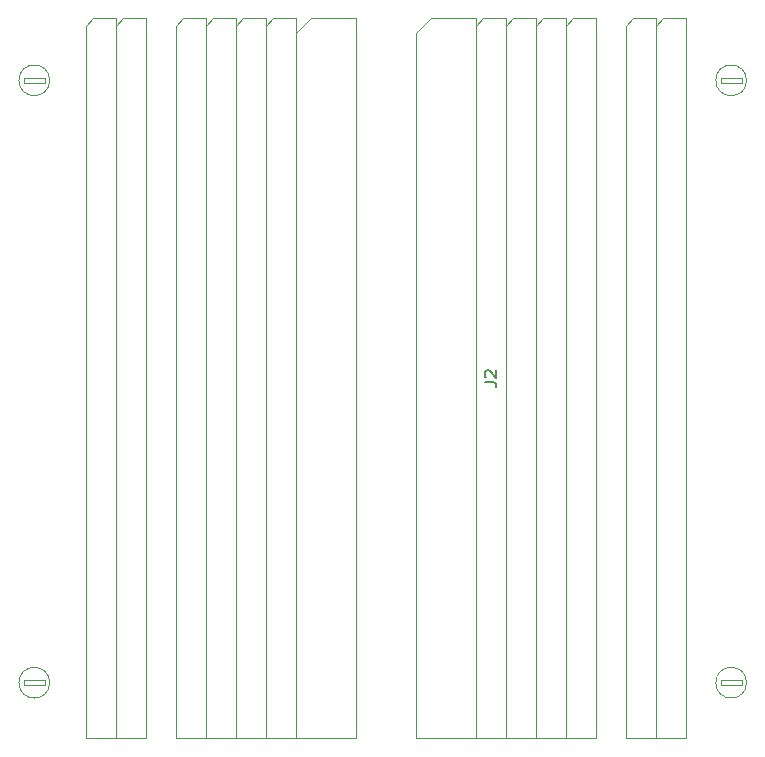
<source format=gbr>
%TF.GenerationSoftware,KiCad,Pcbnew,7.0.5-0*%
%TF.CreationDate,2024-04-21T20:25:33-04:00*%
%TF.ProjectId,swr_meter_front,7377725f-6d65-4746-9572-5f66726f6e74,rev?*%
%TF.SameCoordinates,Original*%
%TF.FileFunction,AssemblyDrawing,Top*%
%FSLAX46Y46*%
G04 Gerber Fmt 4.6, Leading zero omitted, Abs format (unit mm)*
G04 Created by KiCad (PCBNEW 7.0.5-0) date 2024-04-21 20:25:33*
%MOMM*%
%LPD*%
G01*
G04 APERTURE LIST*
%ADD10C,0.150000*%
%ADD11C,0.100000*%
%ADD12C,0.120000*%
G04 APERTURE END LIST*
D10*
%TO.C,J2*%
X145075359Y-63649733D02*
X145789644Y-63649733D01*
X145789644Y-63649733D02*
X145932501Y-63697352D01*
X145932501Y-63697352D02*
X146027740Y-63792590D01*
X146027740Y-63792590D02*
X146075359Y-63935447D01*
X146075359Y-63935447D02*
X146075359Y-64030685D01*
X145170597Y-63221161D02*
X145122978Y-63173542D01*
X145122978Y-63173542D02*
X145075359Y-63078304D01*
X145075359Y-63078304D02*
X145075359Y-62840209D01*
X145075359Y-62840209D02*
X145122978Y-62744971D01*
X145122978Y-62744971D02*
X145170597Y-62697352D01*
X145170597Y-62697352D02*
X145265835Y-62649733D01*
X145265835Y-62649733D02*
X145361073Y-62649733D01*
X145361073Y-62649733D02*
X145503930Y-62697352D01*
X145503930Y-62697352D02*
X146075359Y-63268780D01*
X146075359Y-63268780D02*
X146075359Y-62649733D01*
D11*
%TO.C,J21*%
X113870540Y-33471400D02*
X114505540Y-32836400D01*
X113870540Y-93796400D02*
X113870540Y-33471400D01*
X114505540Y-32836400D02*
X116410540Y-32836400D01*
X116410540Y-32836400D02*
X116410540Y-93796400D01*
X116410540Y-93796400D02*
X113870540Y-93796400D01*
%TO.C,J3*%
X146890540Y-33471400D02*
X147525540Y-32836400D01*
X146890540Y-93796400D02*
X146890540Y-33471400D01*
X147525540Y-32836400D02*
X149430540Y-32836400D01*
X149430540Y-32836400D02*
X149430540Y-93796400D01*
X149430540Y-93796400D02*
X146890540Y-93796400D01*
D12*
%TO.C,TP1*%
X165056540Y-88882400D02*
X166856540Y-88882400D01*
X165056540Y-89282400D02*
X165056540Y-88882400D01*
X166856540Y-88882400D02*
X166856540Y-89282400D01*
X166856540Y-89282400D02*
X165056540Y-89282400D01*
X167256540Y-89082400D02*
G75*
G03*
X167256540Y-89082400I-1300000J0D01*
G01*
D11*
%TO.C,J4*%
X149430540Y-33471400D02*
X150065540Y-32836400D01*
X149430540Y-93796400D02*
X149430540Y-33471400D01*
X150065540Y-32836400D02*
X151970540Y-32836400D01*
X151970540Y-32836400D02*
X151970540Y-93796400D01*
X151970540Y-93796400D02*
X149430540Y-93796400D01*
D12*
%TO.C,TP2*%
X106056540Y-88882400D02*
X107856540Y-88882400D01*
X106056540Y-89282400D02*
X106056540Y-88882400D01*
X107856540Y-88882400D02*
X107856540Y-89282400D01*
X107856540Y-89282400D02*
X106056540Y-89282400D01*
X108256540Y-89082400D02*
G75*
G03*
X108256540Y-89082400I-1300000J0D01*
G01*
D11*
%TO.C,J30*%
X157050540Y-33471400D02*
X157685540Y-32836400D01*
X157050540Y-93796400D02*
X157050540Y-33471400D01*
X157685540Y-32836400D02*
X159590540Y-32836400D01*
X159590540Y-32836400D02*
X159590540Y-93796400D01*
X159590540Y-93796400D02*
X157050540Y-93796400D01*
%TO.C,J11*%
X121490540Y-33471400D02*
X122125540Y-32836400D01*
X121490540Y-93796400D02*
X121490540Y-33471400D01*
X122125540Y-32836400D02*
X124030540Y-32836400D01*
X124030540Y-32836400D02*
X124030540Y-93796400D01*
X124030540Y-93796400D02*
X121490540Y-93796400D01*
%TO.C,J1*%
X139270540Y-34106400D02*
X140540540Y-32836400D01*
X139270540Y-93796400D02*
X139270540Y-34106400D01*
X140540540Y-32836400D02*
X144350540Y-32836400D01*
X144350540Y-32836400D02*
X144350540Y-93796400D01*
X144350540Y-93796400D02*
X139270540Y-93796400D01*
%TO.C,J31*%
X159590540Y-33471400D02*
X160225540Y-32836400D01*
X159590540Y-93796400D02*
X159590540Y-33471400D01*
X160225540Y-32836400D02*
X162130540Y-32836400D01*
X162130540Y-32836400D02*
X162130540Y-93796400D01*
X162130540Y-93796400D02*
X159590540Y-93796400D01*
%TO.C,J12*%
X124030540Y-33471400D02*
X124665540Y-32836400D01*
X124030540Y-93796400D02*
X124030540Y-33471400D01*
X124665540Y-32836400D02*
X126570540Y-32836400D01*
X126570540Y-32836400D02*
X126570540Y-93796400D01*
X126570540Y-93796400D02*
X124030540Y-93796400D01*
D12*
%TO.C,TP3*%
X106056540Y-37882400D02*
X107856540Y-37882400D01*
X106056540Y-38282400D02*
X106056540Y-37882400D01*
X107856540Y-37882400D02*
X107856540Y-38282400D01*
X107856540Y-38282400D02*
X106056540Y-38282400D01*
X108256540Y-38082400D02*
G75*
G03*
X108256540Y-38082400I-1300000J0D01*
G01*
D11*
%TO.C,J2*%
X144350540Y-33471400D02*
X144985540Y-32836400D01*
X144350540Y-93796400D02*
X144350540Y-33471400D01*
X144985540Y-32836400D02*
X146890540Y-32836400D01*
X146890540Y-32836400D02*
X146890540Y-93796400D01*
X146890540Y-93796400D02*
X144350540Y-93796400D01*
%TO.C,J5*%
X151970540Y-33471400D02*
X152605540Y-32836400D01*
X151970540Y-93796400D02*
X151970540Y-33471400D01*
X152605540Y-32836400D02*
X154510540Y-32836400D01*
X154510540Y-32836400D02*
X154510540Y-93796400D01*
X154510540Y-93796400D02*
X151970540Y-93796400D01*
D12*
%TO.C,TP4*%
X165056540Y-37882400D02*
X166856540Y-37882400D01*
X165056540Y-38282400D02*
X165056540Y-37882400D01*
X166856540Y-37882400D02*
X166856540Y-38282400D01*
X166856540Y-38282400D02*
X165056540Y-38282400D01*
X167256540Y-38082400D02*
G75*
G03*
X167256540Y-38082400I-1300000J0D01*
G01*
D11*
%TO.C,J20*%
X111330540Y-33471400D02*
X111965540Y-32836400D01*
X111330540Y-93796400D02*
X111330540Y-33471400D01*
X111965540Y-32836400D02*
X113870540Y-32836400D01*
X113870540Y-32836400D02*
X113870540Y-93796400D01*
X113870540Y-93796400D02*
X111330540Y-93796400D01*
%TO.C,J13*%
X126570540Y-33471400D02*
X127205540Y-32836400D01*
X126570540Y-93796400D02*
X126570540Y-33471400D01*
X127205540Y-32836400D02*
X129110540Y-32836400D01*
X129110540Y-32836400D02*
X129110540Y-93796400D01*
X129110540Y-93796400D02*
X126570540Y-93796400D01*
%TO.C,J10*%
X118950540Y-33471400D02*
X119585540Y-32836400D01*
X118950540Y-93796400D02*
X118950540Y-33471400D01*
X119585540Y-32836400D02*
X121490540Y-32836400D01*
X121490540Y-32836400D02*
X121490540Y-93796400D01*
X121490540Y-93796400D02*
X118950540Y-93796400D01*
%TO.C,J9*%
X129110540Y-34106400D02*
X130380540Y-32836400D01*
X129110540Y-93796400D02*
X129110540Y-34106400D01*
X130380540Y-32836400D02*
X134190540Y-32836400D01*
X134190540Y-32836400D02*
X134190540Y-93796400D01*
X134190540Y-93796400D02*
X129110540Y-93796400D01*
%TD*%
M02*

</source>
